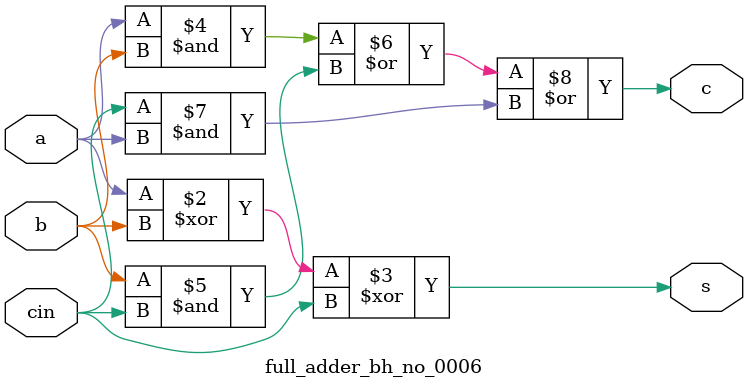
<source format=v>
`timescale 1ns / 1ps


module full_adder_bh_no_0006(s, c, a, b, cin);
input a, b, cin;
output reg s, c;

always @(a, b, cin) begin
    s = a ^ b ^ cin;
    c = a & b | b & cin | cin & a;
end
endmodule


</source>
